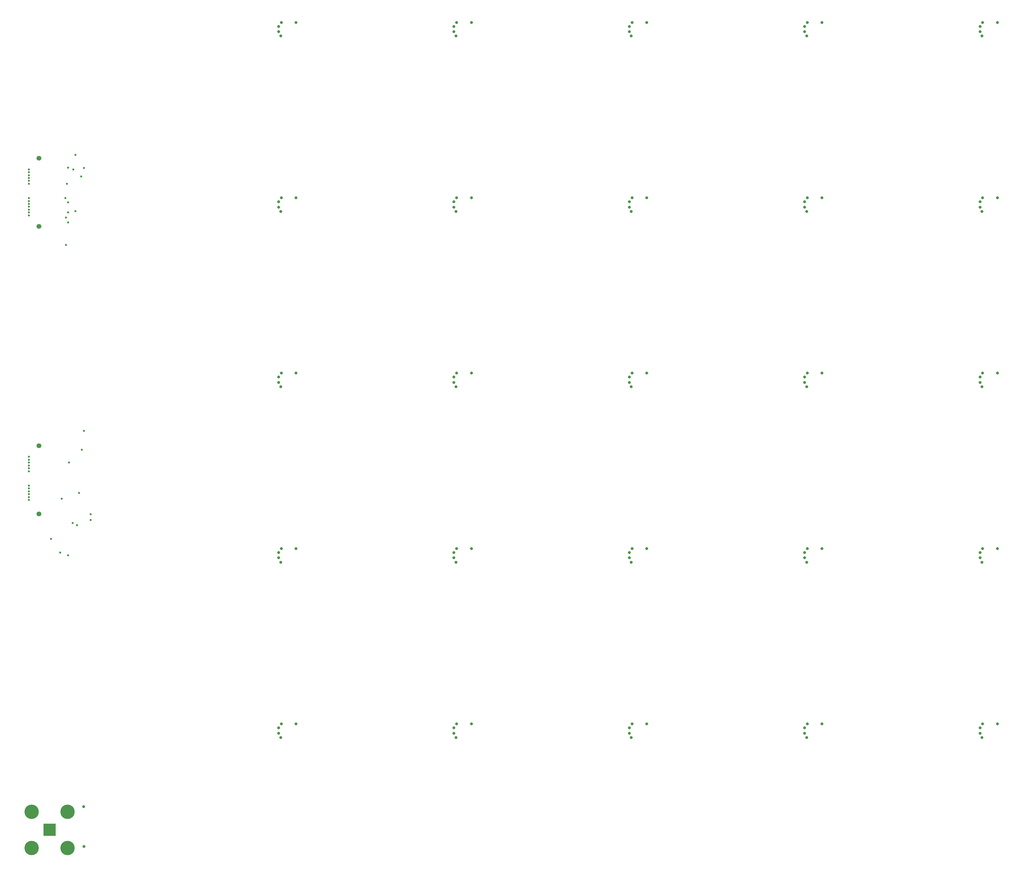
<source format=gbr>
%TF.GenerationSoftware,KiCad,Pcbnew,8.0.2-1*%
%TF.CreationDate,2024-10-01T13:29:15-04:00*%
%TF.ProjectId,EvenLayers_1.3mm_SiPM,4576656e-4c61-4796-9572-735f312e336d,rev?*%
%TF.SameCoordinates,Original*%
%TF.FileFunction,Copper,L3,Inr*%
%TF.FilePolarity,Positive*%
%FSLAX46Y46*%
G04 Gerber Fmt 4.6, Leading zero omitted, Abs format (unit mm)*
G04 Created by KiCad (PCBNEW 8.0.2-1) date 2024-10-01 13:29:15*
%MOMM*%
%LPD*%
G01*
G04 APERTURE LIST*
%TA.AperFunction,ComponentPad*%
%ADD10C,0.800000*%
%TD*%
%TA.AperFunction,ComponentPad*%
%ADD11C,1.348000*%
%TD*%
%TA.AperFunction,ComponentPad*%
%ADD12R,3.500000X3.500000*%
%TD*%
%TA.AperFunction,ComponentPad*%
%ADD13C,4.000000*%
%TD*%
%TA.AperFunction,ViaPad*%
%ADD14C,0.800000*%
%TD*%
%TA.AperFunction,ViaPad*%
%ADD15C,0.600000*%
%TD*%
G04 APERTURE END LIST*
D10*
%TO.N,LED_23_to_24*%
%TO.C,REF\u002A\u002A44*%
X322700000Y-287900000D03*
%TO.N,LED_input_after_resistor*%
X326800000Y-287900000D03*
%TO.N,K24*%
X321950000Y-289000000D03*
%TO.N,A24*%
X321950000Y-290500000D03*
%TO.N,GND*%
X322500000Y-291700000D03*
%TD*%
%TO.N,N/C*%
%TO.C,REF\u002A\u002A35*%
X127500000Y-239100000D03*
X131600000Y-239100000D03*
%TO.N,K15*%
X126750000Y-240200000D03*
%TO.N,A15*%
X126750000Y-241700000D03*
%TO.N,GND*%
X127300000Y-242900000D03*
%TD*%
%TO.N,N/C*%
%TO.C,REF\u002A\u002A40*%
X127500000Y-287900000D03*
X131600000Y-287900000D03*
%TO.N,K20*%
X126750000Y-289000000D03*
%TO.N,A20*%
X126750000Y-290500000D03*
%TO.N,GND*%
X127300000Y-291700000D03*
%TD*%
%TO.N,N/C*%
%TO.C,REF\u002A\u002A34*%
X322700000Y-190300000D03*
X326800000Y-190300000D03*
%TO.N,K14*%
X321950000Y-191400000D03*
%TO.N,A14*%
X321950000Y-192900000D03*
%TO.N,GND*%
X322500000Y-194100000D03*
%TD*%
%TO.N,N/C*%
%TO.C,REF\u002A\u002A30*%
X127500000Y-190300000D03*
X131600000Y-190300000D03*
%TO.N,K10*%
X126750000Y-191400000D03*
%TO.N,A10*%
X126750000Y-192900000D03*
%TO.N,GND*%
X127300000Y-194100000D03*
%TD*%
%TO.N,N/C*%
%TO.C,REF\u002A\u002A24*%
X322700000Y-92700000D03*
X326800000Y-92700000D03*
%TO.N,K4*%
X321950000Y-93800000D03*
%TO.N,A4*%
X321950000Y-95300000D03*
%TO.N,GND*%
X322500000Y-96500000D03*
%TD*%
%TO.N,N/C*%
%TO.C,REF\u002A\u002A43*%
X273900000Y-287900000D03*
%TO.N,LED_23_to_24*%
X278000000Y-287900000D03*
%TO.N,K23*%
X273150000Y-289000000D03*
%TO.N,A23*%
X273150000Y-290500000D03*
%TO.N,GND*%
X273700000Y-291700000D03*
%TD*%
%TO.N,N/C*%
%TO.C,REF\u002A\u002A38*%
X273900000Y-239100000D03*
X278000000Y-239100000D03*
%TO.N,K18*%
X273150000Y-240200000D03*
%TO.N,A18*%
X273150000Y-241700000D03*
%TO.N,GND*%
X273700000Y-242900000D03*
%TD*%
%TO.N,N/C*%
%TO.C,REF\u002A\u002A22*%
X225100000Y-92700000D03*
X229200000Y-92700000D03*
%TO.N,K2*%
X224350000Y-93800000D03*
%TO.N,A2*%
X224350000Y-95300000D03*
%TO.N,GND*%
X224900000Y-96500000D03*
%TD*%
%TO.N,N/C*%
%TO.C,REF\u002A\u002A28*%
X273900000Y-141500000D03*
X278000000Y-141500000D03*
%TO.N,K8*%
X273150000Y-142600000D03*
%TO.N,A8*%
X273150000Y-144100000D03*
%TO.N,GND*%
X273700000Y-145300000D03*
%TD*%
%TO.N,N/C*%
%TO.C,REF\u002A\u002A23*%
X273900000Y-92700000D03*
X278000000Y-92700000D03*
%TO.N,K3*%
X273150000Y-93800000D03*
%TO.N,A3*%
X273150000Y-95300000D03*
%TO.N,GND*%
X273700000Y-96500000D03*
%TD*%
%TO.N,N/C*%
%TO.C,REF\u002A\u002A32*%
X225100000Y-190300000D03*
X229200000Y-190300000D03*
%TO.N,K12*%
X224350000Y-191400000D03*
%TO.N,A12*%
X224350000Y-192900000D03*
%TO.N,GND*%
X224900000Y-194100000D03*
%TD*%
%TO.N,N/C*%
%TO.C,REF\u002A\u002A26*%
X176300000Y-141500000D03*
X180400000Y-141500000D03*
%TO.N,K6*%
X175550000Y-142600000D03*
%TO.N,A6*%
X175550000Y-144100000D03*
%TO.N,GND*%
X176100000Y-145300000D03*
%TD*%
%TO.N,N/C*%
%TO.C,REF\u002A\u002A36*%
X176300000Y-239100000D03*
X180400000Y-239100000D03*
%TO.N,K16*%
X175550000Y-240200000D03*
%TO.N,A16*%
X175550000Y-241700000D03*
%TO.N,GND*%
X176100000Y-242900000D03*
%TD*%
%TO.N,GND*%
%TO.C,REF\u002A\u002A20*%
X127500000Y-92700000D03*
%TO.N,N/C*%
X131600000Y-92700000D03*
%TO.N,K0*%
X126750000Y-93800000D03*
%TO.N,A0*%
X126750000Y-95300000D03*
%TO.N,GND*%
X127300000Y-96500000D03*
%TD*%
%TO.N,N/C*%
%TO.C,REF\u002A\u002A25*%
X127500000Y-141500000D03*
X131600000Y-141500000D03*
%TO.N,K5*%
X126750000Y-142600000D03*
%TO.N,A5*%
X126750000Y-144100000D03*
%TO.N,GND*%
X127300000Y-145300000D03*
%TD*%
%TO.N,N/C*%
%TO.C,REF\u002A\u002A37*%
X225100000Y-239100000D03*
X229200000Y-239100000D03*
%TO.N,K17*%
X224350000Y-240200000D03*
%TO.N,A17*%
X224350000Y-241700000D03*
%TO.N,GND*%
X224900000Y-242900000D03*
%TD*%
%TO.N,N/C*%
%TO.C,REF\u002A\u002A31*%
X176300000Y-190300000D03*
X180400000Y-190300000D03*
%TO.N,K11*%
X175550000Y-191400000D03*
%TO.N,A11*%
X175550000Y-192900000D03*
%TO.N,GND*%
X176100000Y-194100000D03*
%TD*%
%TO.N,N/C*%
%TO.C,REF\u002A\u002A27*%
X225100000Y-141500000D03*
X229200000Y-141500000D03*
%TO.N,K7*%
X224350000Y-142600000D03*
%TO.N,A7*%
X224350000Y-144100000D03*
%TO.N,GND*%
X224900000Y-145300000D03*
%TD*%
%TO.N,N/C*%
%TO.C,REF\u002A\u002A41*%
X176300000Y-287900000D03*
X180400000Y-287900000D03*
%TO.N,K21*%
X175550000Y-289000000D03*
%TO.N,A21*%
X175550000Y-290500000D03*
%TO.N,GND*%
X176100000Y-291700000D03*
%TD*%
%TO.N,N/C*%
%TO.C,REF\u002A\u002A29*%
X322700000Y-141500000D03*
X326800000Y-141500000D03*
%TO.N,K9*%
X321950000Y-142600000D03*
%TO.N,A9*%
X321950000Y-144100000D03*
%TO.N,GND*%
X322500000Y-145300000D03*
%TD*%
%TO.N,N/C*%
%TO.C,REF\u002A\u002A21*%
X176300000Y-92700000D03*
X180400000Y-92700000D03*
%TO.N,K1*%
X175550000Y-93800000D03*
%TO.N,A1*%
X175550000Y-95300000D03*
%TO.N,GND*%
X176100000Y-96500000D03*
%TD*%
%TO.N,N/C*%
%TO.C,REF\u002A\u002A42*%
X225100000Y-287900000D03*
X229200000Y-287900000D03*
%TO.N,K22*%
X224350000Y-289000000D03*
%TO.N,A22*%
X224350000Y-290500000D03*
%TO.N,GND*%
X224900000Y-291700000D03*
%TD*%
%TO.N,N/C*%
%TO.C,REF\u002A\u002A39*%
X322700000Y-239100000D03*
X326800000Y-239100000D03*
%TO.N,K19*%
X321950000Y-240200000D03*
%TO.N,A19*%
X321950000Y-241700000D03*
%TO.N,GND*%
X322500000Y-242900000D03*
%TD*%
%TO.N,N/C*%
%TO.C,REF\u002A\u002A33*%
X273900000Y-190300000D03*
X278000000Y-190300000D03*
%TO.N,K13*%
X273150000Y-191400000D03*
%TO.N,A13*%
X273150000Y-192900000D03*
%TO.N,GND*%
X273700000Y-194100000D03*
%TD*%
D11*
%TO.N,N/C*%
%TO.C,REF\u002A\u002A*%
X60000000Y-130505000D03*
X60000000Y-149495000D03*
%TD*%
%TO.N,N/C*%
%TO.C,REF\u002A\u002A*%
X60000000Y-210505000D03*
X60000000Y-229495000D03*
%TD*%
D12*
%TO.N,LED_input*%
%TO.C,LEDs*%
X63000000Y-317400000D03*
D13*
%TO.N,GND*%
X57975000Y-322425000D03*
X68025000Y-322425000D03*
X57975000Y-312375000D03*
X68025000Y-312375000D03*
%TD*%
D14*
%TO.N,LED_input_after_resistor*%
X72500000Y-310900000D03*
%TO.N,GND*%
X72600000Y-322000000D03*
D15*
%TO.N,K0*%
X70200000Y-129600000D03*
%TO.N,A0*%
X57250000Y-133600000D03*
%TO.N,K1*%
X68124265Y-133124265D03*
%TO.N,A1*%
X57250000Y-134400000D03*
%TO.N,K2*%
X69600000Y-133600000D03*
%TO.N,A2*%
X57250000Y-135200000D03*
%TO.N,K3*%
X72600000Y-133200000D03*
%TO.N,A3*%
X57250000Y-136000000D03*
%TO.N,K4*%
X71800000Y-135600000D03*
%TO.N,A4*%
X57250000Y-136800000D03*
%TO.N,K5*%
X67800000Y-137600000D03*
%TO.N,A5*%
X57250000Y-137600000D03*
%TO.N,K6*%
X67400000Y-141600000D03*
%TO.N,A6*%
X57250000Y-141600000D03*
%TO.N,K7*%
X68200000Y-142800000D03*
%TO.N,A7*%
X57250000Y-142400000D03*
%TO.N,K8*%
X70200000Y-145200000D03*
%TO.N,A8*%
X57250000Y-143200000D03*
%TO.N,K9*%
X68200000Y-145600000D03*
%TO.N,A9*%
X57250000Y-144000000D03*
%TO.N,A10*%
X57250000Y-144800000D03*
%TO.N,K10*%
X67600000Y-147000000D03*
%TO.N,A11*%
X57250000Y-145600000D03*
%TO.N,K11*%
X68200000Y-148400000D03*
%TO.N,A12*%
X57250000Y-146400000D03*
%TO.N,K12*%
X67600000Y-154600000D03*
%TO.N,K14*%
X72000000Y-211600000D03*
%TO.N,A14*%
X57200000Y-214400000D03*
%TO.N,K13*%
X72600000Y-206400000D03*
%TO.N,A13*%
X57200000Y-213600000D03*
%TO.N,K15*%
X68400000Y-215200000D03*
%TO.N,A15*%
X57200000Y-215200000D03*
%TO.N,K16*%
X71200000Y-223600000D03*
%TO.N,A16*%
X57200000Y-216000000D03*
%TO.N,K17*%
X74400000Y-229600000D03*
%TO.N,A17*%
X57200000Y-216800000D03*
%TO.N,K18*%
X74400000Y-231200000D03*
%TO.N,A18*%
X57200000Y-217600000D03*
%TO.N,K19*%
X66400000Y-225200000D03*
%TO.N,A19*%
X57200000Y-221600000D03*
%TO.N,K20*%
X70600000Y-232600000D03*
%TO.N,A20*%
X57200000Y-222400000D03*
%TO.N,K21*%
X69400000Y-232000000D03*
%TO.N,A21*%
X57200000Y-223200000D03*
%TO.N,K22*%
X68200000Y-241000000D03*
%TO.N,A22*%
X57200000Y-224000000D03*
%TO.N,K23*%
X66000000Y-240200000D03*
%TO.N,A23*%
X57200000Y-224800000D03*
%TO.N,K24*%
X63400000Y-236400000D03*
%TO.N,A24*%
X57200000Y-225600000D03*
%TD*%
M02*

</source>
